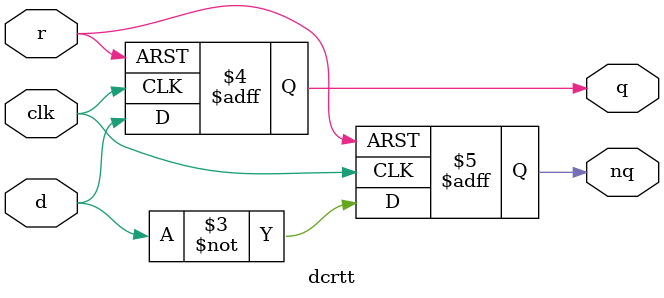
<source format=v>
module dcrtt(
  input clk, r,
  input d,
  output reg q, nq
);
  always@(posedge clk or posedge r) begin
    if(r == 1'b1) begin
      q <= 1'b0;
      nq <= 1'b1;
    end
    else begin
      q <= d;
      nq <= ~d;
    end
  end
endmodule
</source>
